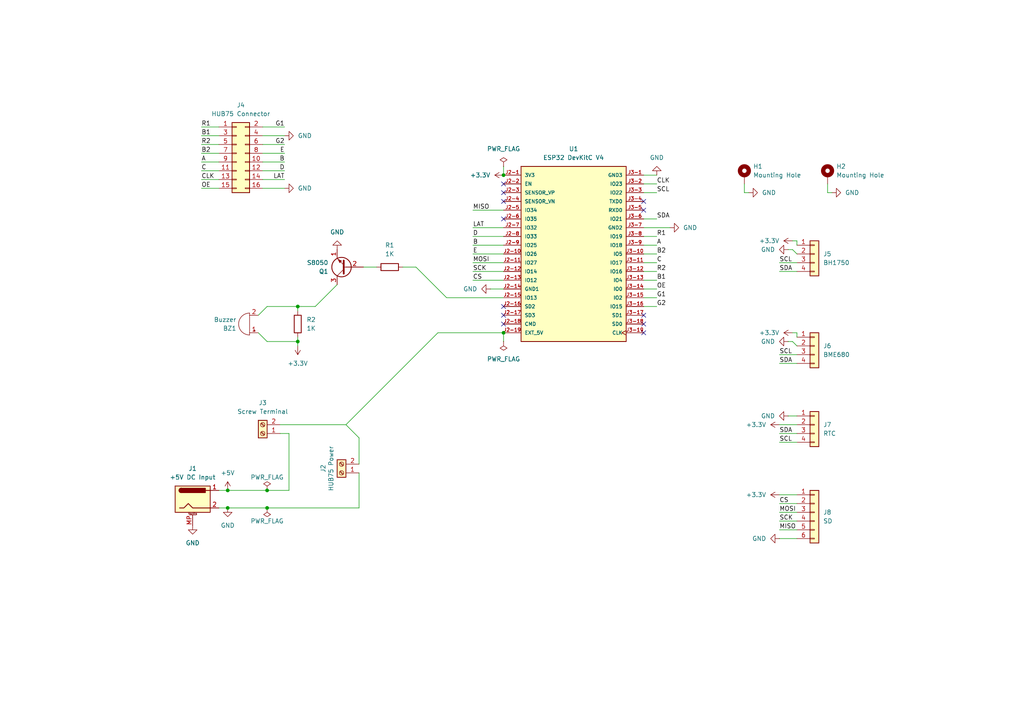
<source format=kicad_sch>
(kicad_sch (version 20231120) (generator "eeschema") (generator_version "8.0")
  (paper "A4")
  (lib_symbols
    (symbol "Connector:Barrel_Jack_MountingPin" (pin_names hide)
      (property "Reference" "J" (at 0 5.334 0))
      (property "Value" "Barrel_Jack_MountingPin" (at 1.27 -6.35 0))
      (symbol "Barrel_Jack_MountingPin_0_1"
        (rectangle (start -5.08 3.81) (end 5.08 -3.81) (stroke (width 0.254)) (fill (type background)))
        (arc (start -3.302 3.175) (mid -3.9343 2.54) (end -3.302 1.905) (stroke (width 0.254)))
        (arc (start -3.302 3.175) (mid -3.9343 2.54) (end -3.302 1.905) (stroke (width 0.254)) (fill (type outline)))
        (polyline (pts (xy 5.08 2.54) (xy 3.81 2.54)) (stroke (width 0.254)))
        (polyline (pts (xy -3.81 -2.54) (xy -2.54 -2.54) (xy -1.27 -1.27) (xy 0 -2.54) (xy 2.54 -2.54) (xy 5.08 -2.54)) (stroke (width 0.254)))
        (rectangle (start 3.683 3.175) (end -3.302 1.905) (stroke (width 0.254)) (fill (type outline)))
      )
      (symbol "Barrel_Jack_MountingPin_1_1"
        (polyline (pts (xy -1.016 -4.572) (xy 1.016 -4.572)) (stroke (width 0.1524)))
        (text "Mounting" (at 0 -4.191 0) (effects (font (size 0.381 0.381))))
        (pin passive line (at 7.62 2.54 180) (length 2.54) (name "~") (number "1"))
        (pin passive line (at 7.62 -2.54 180) (length 2.54) (name "~") (number "2"))
        (pin passive line (at 0 -7.62 90) (length 3.048) (name "MountPin") (number "MP"))
      )
    )
    (symbol "Connector:Screw_Terminal_01x02" (pin_names (offset 1.016) hide)
      (property "Reference" "J" (at 0 2.54 0))
      (property "Value" "Screw_Terminal_01x02" (at 0 -5.08 0))
      (symbol "Screw_Terminal_01x02_1_1"
        (rectangle (start -1.27 1.27) (end 1.27 -3.81) (stroke (width 0.254)) (fill (type background)))
        (circle (center 0 -2.54) (radius 0.635) (stroke (width 0.1524)))
        (polyline (pts (xy -0.5334 -2.2098) (xy 0.3302 -3.048)) (stroke (width 0.1524)))
        (polyline (pts (xy -0.5334 0.3302) (xy 0.3302 -0.508)) (stroke (width 0.1524)))
        (polyline (pts (xy -0.3556 -2.032) (xy 0.508 -2.8702)) (stroke (width 0.1524)))
        (polyline (pts (xy -0.3556 0.508) (xy 0.508 -0.3302)) (stroke (width 0.1524)))
        (circle (center 0 0) (radius 0.635) (stroke (width 0.1524)))
        (pin passive line (at -5.08 0 0) (length 3.81) (name "Pin_1") (number "1"))
        (pin passive line (at -5.08 -2.54 0) (length 3.81) (name "Pin_2") (number "2"))
      )
    )
    (symbol "Connector_Generic:Conn_01x04" (pin_names (offset 1.016) hide)
      (property "Reference" "J" (at 0 5.08 0))
      (property "Value" "Conn_01x04" (at 0 -7.62 0))
      (symbol "Conn_01x04_1_1"
        (rectangle (start -1.27 -4.953) (end 0 -5.207) (stroke (width 0.1524)))
        (rectangle (start -1.27 -2.413) (end 0 -2.667) (stroke (width 0.1524)))
        (rectangle (start -1.27 0.127) (end 0 -0.127) (stroke (width 0.1524)))
        (rectangle (start -1.27 2.667) (end 0 2.413) (stroke (width 0.1524)))
        (rectangle (start -1.27 3.81) (end 1.27 -6.35) (stroke (width 0.254)) (fill (type background)))
        (pin passive line (at -5.08 2.54 0) (length 3.81) (name "Pin_1") (number "1"))
        (pin passive line (at -5.08 0 0) (length 3.81) (name "Pin_2") (number "2"))
        (pin passive line (at -5.08 -2.54 0) (length 3.81) (name "Pin_3") (number "3"))
        (pin passive line (at -5.08 -5.08 0) (length 3.81) (name "Pin_4") (number "4"))
      )
    )
    (symbol "Connector_Generic:Conn_01x06" (pin_names (offset 1.016) hide)
      (property "Reference" "J" (at 0 7.62 0))
      (property "Value" "Conn_01x06" (at 0 -10.16 0))
      (symbol "Conn_01x06_1_1"
        (rectangle (start -1.27 -7.493) (end 0 -7.747) (stroke (width 0.1524)))
        (rectangle (start -1.27 -4.953) (end 0 -5.207) (stroke (width 0.1524)))
        (rectangle (start -1.27 -2.413) (end 0 -2.667) (stroke (width 0.1524)))
        (rectangle (start -1.27 0.127) (end 0 -0.127) (stroke (width 0.1524)))
        (rectangle (start -1.27 2.667) (end 0 2.413) (stroke (width 0.1524)))
        (rectangle (start -1.27 5.207) (end 0 4.953) (stroke (width 0.1524)))
        (rectangle (start -1.27 6.35) (end 1.27 -8.89) (stroke (width 0.254)) (fill (type background)))
        (pin passive line (at -5.08 5.08 0) (length 3.81) (name "Pin_1") (number "1"))
        (pin passive line (at -5.08 2.54 0) (length 3.81) (name "Pin_2") (number "2"))
        (pin passive line (at -5.08 0 0) (length 3.81) (name "Pin_3") (number "3"))
        (pin passive line (at -5.08 -2.54 0) (length 3.81) (name "Pin_4") (number "4"))
        (pin passive line (at -5.08 -5.08 0) (length 3.81) (name "Pin_5") (number "5"))
        (pin passive line (at -5.08 -7.62 0) (length 3.81) (name "Pin_6") (number "6"))
      )
    )
    (symbol "Connector_Generic:Conn_02x08_Odd_Even" (pin_names (offset 1.016) hide)
      (property "Reference" "J" (at 1.27 10.16 0))
      (property "Value" "Conn_02x08_Odd_Even" (at 1.27 -12.7 0))
      (symbol "Conn_02x08_Odd_Even_1_1"
        (rectangle (start -1.27 -10.033) (end 0 -10.287) (stroke (width 0.1524)))
        (rectangle (start -1.27 -7.493) (end 0 -7.747) (stroke (width 0.1524)))
        (rectangle (start -1.27 -4.953) (end 0 -5.207) (stroke (width 0.1524)))
        (rectangle (start -1.27 -2.413) (end 0 -2.667) (stroke (width 0.1524)))
        (rectangle (start -1.27 0.127) (end 0 -0.127) (stroke (width 0.1524)))
        (rectangle (start -1.27 2.667) (end 0 2.413) (stroke (width 0.1524)))
        (rectangle (start -1.27 5.207) (end 0 4.953) (stroke (width 0.1524)))
        (rectangle (start -1.27 7.747) (end 0 7.493) (stroke (width 0.1524)))
        (rectangle (start -1.27 8.89) (end 3.81 -11.43) (stroke (width 0.254)) (fill (type background)))
        (rectangle (start 3.81 -10.033) (end 2.54 -10.287) (stroke (width 0.1524)))
        (rectangle (start 3.81 -7.493) (end 2.54 -7.747) (stroke (width 0.1524)))
        (rectangle (start 3.81 -4.953) (end 2.54 -5.207) (stroke (width 0.1524)))
        (rectangle (start 3.81 -2.413) (end 2.54 -2.667) (stroke (width 0.1524)))
        (rectangle (start 3.81 0.127) (end 2.54 -0.127) (stroke (width 0.1524)))
        (rectangle (start 3.81 2.667) (end 2.54 2.413) (stroke (width 0.1524)))
        (rectangle (start 3.81 5.207) (end 2.54 4.953) (stroke (width 0.1524)))
        (rectangle (start 3.81 7.747) (end 2.54 7.493) (stroke (width 0.1524)))
        (pin passive line (at -5.08 7.62 0) (length 3.81) (name "Pin_1") (number "1"))
        (pin passive line (at 7.62 -2.54 180) (length 3.81) (name "Pin_10") (number "10"))
        (pin passive line (at -5.08 -5.08 0) (length 3.81) (name "Pin_11") (number "11"))
        (pin passive line (at 7.62 -5.08 180) (length 3.81) (name "Pin_12") (number "12"))
        (pin passive line (at -5.08 -7.62 0) (length 3.81) (name "Pin_13") (number "13"))
        (pin passive line (at 7.62 -7.62 180) (length 3.81) (name "Pin_14") (number "14"))
        (pin passive line (at -5.08 -10.16 0) (length 3.81) (name "Pin_15") (number "15"))
        (pin passive line (at 7.62 -10.16 180) (length 3.81) (name "Pin_16") (number "16"))
        (pin passive line (at 7.62 7.62 180) (length 3.81) (name "Pin_2") (number "2"))
        (pin passive line (at -5.08 5.08 0) (length 3.81) (name "Pin_3") (number "3"))
        (pin passive line (at 7.62 5.08 180) (length 3.81) (name "Pin_4") (number "4"))
        (pin passive line (at -5.08 2.54 0) (length 3.81) (name "Pin_5") (number "5"))
        (pin passive line (at 7.62 2.54 180) (length 3.81) (name "Pin_6") (number "6"))
        (pin passive line (at -5.08 0 0) (length 3.81) (name "Pin_7") (number "7"))
        (pin passive line (at 7.62 0 180) (length 3.81) (name "Pin_8") (number "8"))
        (pin passive line (at -5.08 -2.54 0) (length 3.81) (name "Pin_9") (number "9"))
      )
    )
    (symbol "Device:Buzzer" (pin_names (offset 0.0254) hide)
      (property "Reference" "BZ" (at 3.81 1.27 0))
      (property "Value" "Buzzer" (at 3.81 -1.27 0))
      (symbol "Buzzer_0_1"
        (arc (start 0 -3.175) (mid 3.1612 0) (end 0 3.175))
        (polyline (pts (xy -1.651 1.905) (xy -1.143 1.905)))
        (polyline (pts (xy -1.397 2.159) (xy -1.397 1.651)))
        (polyline (pts (xy 0 3.175) (xy 0 -3.175)))
      )
      (symbol "Buzzer_1_1"
        (pin passive line (at -2.54 2.54 0) (length 2.54) (name "+") (number "1"))
        (pin passive line (at -2.54 -2.54 0) (length 2.54) (name "-") (number "2"))
      )
    )
    (symbol "Device:R" (pin_numbers hide) (pin_names (offset 0))
      (property "Reference" "R" (at 2.032 0 90))
      (property "Value" "R" (at 0 0 90))
      (symbol "R_0_1"
        (rectangle (start -1.016 -2.54) (end 1.016 2.54) (stroke (width 0.254)))
      )
      (symbol "R_1_1"
        (pin passive line (at 0 3.81 270) (length 1.27) (name "~") (number "1"))
        (pin passive line (at 0 -3.81 90) (length 1.27) (name "~") (number "2"))
      )
    )
    (symbol "Luxigrid:ESP32-DEVKITC-32D" (pin_names (offset 1.016))
      (property "Reference" "U" (at -15.2572 26.0643 0))
      (property "Value" "ESP32-DEVKITC-32D" (at -15.2563 -27.9698 0))
      (symbol "ESP32-DEVKITC-32D_0_0"
        (rectangle (start -15.24 -25.4) (end 15.24 25.4) (stroke (width 0.254)) (fill (type background)))
        (pin power_in line (at -20.32 22.86 0) (length 5.08) (name "3V3") (number "J2-1"))
        (pin bidirectional line (at -20.32 0 0) (length 5.08) (name "IO26") (number "J2-10"))
        (pin bidirectional line (at -20.32 -2.54 0) (length 5.08) (name "IO27") (number "J2-11"))
        (pin bidirectional line (at -20.32 -5.08 0) (length 5.08) (name "IO14") (number "J2-12"))
        (pin bidirectional line (at -20.32 -7.62 0) (length 5.08) (name "IO12") (number "J2-13"))
        (pin power_in line (at -20.32 -10.16 0) (length 5.08) (name "GND1") (number "J2-14"))
        (pin bidirectional line (at -20.32 -12.7 0) (length 5.08) (name "IO13") (number "J2-15"))
        (pin bidirectional line (at -20.32 -15.24 0) (length 5.08) (name "SD2") (number "J2-16"))
        (pin bidirectional line (at -20.32 -17.78 0) (length 5.08) (name "SD3") (number "J2-17"))
        (pin bidirectional line (at -20.32 -20.32 0) (length 5.08) (name "CMD") (number "J2-18"))
        (pin power_in line (at -20.32 -22.86 0) (length 5.08) (name "EXT_5V") (number "J2-19"))
        (pin input line (at -20.32 20.32 0) (length 5.08) (name "EN") (number "J2-2"))
        (pin input line (at -20.32 17.78 0) (length 5.08) (name "SENSOR_VP") (number "J2-3"))
        (pin input line (at -20.32 15.24 0) (length 5.08) (name "SENSOR_VN") (number "J2-4"))
        (pin bidirectional line (at -20.32 12.7 0) (length 5.08) (name "IO34") (number "J2-5"))
        (pin bidirectional line (at -20.32 10.16 0) (length 5.08) (name "IO35") (number "J2-6"))
        (pin bidirectional line (at -20.32 7.62 0) (length 5.08) (name "IO32") (number "J2-7"))
        (pin bidirectional line (at -20.32 5.08 0) (length 5.08) (name "IO33") (number "J2-8"))
        (pin bidirectional line (at -20.32 2.54 0) (length 5.08) (name "IO25") (number "J2-9"))
        (pin power_in line (at 20.32 22.86 180) (length 5.08) (name "GND3") (number "J3-1"))
        (pin bidirectional line (at 20.32 0 180) (length 5.08) (name "IO5") (number "J3-10"))
        (pin bidirectional line (at 20.32 -2.54 180) (length 5.08) (name "IO17") (number "J3-11"))
        (pin bidirectional line (at 20.32 -5.08 180) (length 5.08) (name "IO16") (number "J3-12"))
        (pin bidirectional line (at 20.32 -7.62 180) (length 5.08) (name "IO4") (number "J3-13"))
        (pin bidirectional line (at 20.32 -10.16 180) (length 5.08) (name "IO0") (number "J3-14"))
        (pin bidirectional line (at 20.32 -12.7 180) (length 5.08) (name "IO2") (number "J3-15"))
        (pin bidirectional line (at 20.32 -15.24 180) (length 5.08) (name "IO15") (number "J3-16"))
        (pin bidirectional line (at 20.32 -17.78 180) (length 5.08) (name "SD1") (number "J3-17"))
        (pin bidirectional line (at 20.32 -20.32 180) (length 5.08) (name "SD0") (number "J3-18"))
        (pin input clock (at 20.32 -22.86 180) (length 5.08) (name "CLK") (number "J3-19"))
        (pin bidirectional line (at 20.32 20.32 180) (length 5.08) (name "IO23") (number "J3-2"))
        (pin bidirectional line (at 20.32 17.78 180) (length 5.08) (name "IO22") (number "J3-3"))
        (pin output line (at 20.32 15.24 180) (length 5.08) (name "TXD0") (number "J3-4"))
        (pin input line (at 20.32 12.7 180) (length 5.08) (name "RXD0") (number "J3-5"))
        (pin bidirectional line (at 20.32 10.16 180) (length 5.08) (name "IO21") (number "J3-6"))
        (pin power_in line (at 20.32 7.62 180) (length 5.08) (name "GND2") (number "J3-7"))
        (pin bidirectional line (at 20.32 5.08 180) (length 5.08) (name "IO19") (number "J3-8"))
        (pin bidirectional line (at 20.32 2.54 180) (length 5.08) (name "IO18") (number "J3-9"))
      )
    )
    (symbol "Mechanical:MountingHole_Pad" (pin_numbers hide) (pin_names (offset 1.016) hide)
      (property "Reference" "H" (at 0 6.35 0))
      (property "Value" "MountingHole_Pad" (at 0 4.445 0))
      (symbol "MountingHole_Pad_0_1"
        (circle (center 0 1.27) (radius 1.27) (stroke (width 1.27)))
      )
      (symbol "MountingHole_Pad_1_1"
        (pin input line (at 0 -2.54 90) (length 2.54) (name "1") (number "1"))
      )
    )
    (symbol "Transistor_BJT:S8050" (pin_names (offset 0) hide)
      (property "Reference" "Q" (at 5.08 1.905 0))
      (property "Value" "S8050" (at 5.08 0 0))
      (symbol "S8050_0_1"
        (polyline (pts (xy 0 0) (xy 0.635 0)))
        (polyline (pts (xy 0.635 0.635) (xy 2.54 2.54)))
        (polyline (pts (xy 0.635 -0.635) (xy 2.54 -2.54) (xy 2.54 -2.54)))
        (polyline (pts (xy 0.635 1.905) (xy 0.635 -1.905) (xy 0.635 -1.905)) (stroke (width 0.508)))
        (polyline (pts (xy 1.27 -1.778) (xy 1.778 -1.27) (xy 2.286 -2.286) (xy 1.27 -1.778) (xy 1.27 -1.778)) (fill (type outline)))
        (circle (center 1.27 0) (radius 2.8194) (stroke (width 0.254)))
      )
      (symbol "S8050_1_1"
        (pin passive line (at 2.54 -5.08 90) (length 2.54) (name "E") (number "1"))
        (pin input line (at -5.08 0 0) (length 5.08) (name "B") (number "2"))
        (pin passive line (at 2.54 5.08 270) (length 2.54) (name "C") (number "3"))
      )
    )
    (symbol "power:+3.3V" (power) (pin_numbers hide) (pin_names (offset 0) hide)
      (property "Value" "+3.3V" (at 0 3.556 0))
      (symbol "+3.3V_0_1"
        (polyline (pts (xy -0.762 1.27) (xy 0 2.54)))
        (polyline (pts (xy 0 0) (xy 0 2.54)))
        (polyline (pts (xy 0 2.54) (xy 0.762 1.27)))
      )
      (symbol "+3.3V_1_1"
        (pin power_in line (at 0 0 90) (length 0) (name "~") (number "1"))
      )
    )
    (symbol "power:+5V" (power) (pin_numbers hide) (pin_names (offset 0) hide)
      (property "Value" "+5V" (at 0 3.556 0))
      (symbol "+5V_0_1"
        (polyline (pts (xy -0.762 1.27) (xy 0 2.54)))
        (polyline (pts (xy 0 0) (xy 0 2.54)))
        (polyline (pts (xy 0 2.54) (xy 0.762 1.27)))
      )
      (symbol "+5V_1_1"
        (pin power_in line (at 0 0 90) (length 0) (name "~") (number "1"))
      )
    )
    (symbol "power:GND" (power) (pin_numbers hide) (pin_names (offset 0) hide)
      (property "Value" "GND" (at 0 -3.81 0))
      (symbol "GND_0_1"
        (polyline (pts (xy 0 0) (xy 0 -1.27) (xy 1.27 -1.27) (xy 0 -2.54) (xy -1.27 -1.27) (xy 0 -1.27)))
      )
      (symbol "GND_1_1"
        (pin power_in line (at 0 0 270) (length 0) (name "~") (number "1"))
      )
    )
    (symbol "power:PWR_FLAG" (power) (pin_numbers hide) (pin_names (offset 0) hide)
      (property "Value" "PWR_FLAG" (at 0 3.81 0))
      (symbol "PWR_FLAG_0_0"
        (pin power_out line (at 0 0 90) (length 0) (name "~") (number "1"))
      )
      (symbol "PWR_FLAG_0_1"
        (polyline (pts (xy 0 0) (xy 0 1.27) (xy -1.016 1.905) (xy 0 2.54) (xy 1.016 1.905) (xy 0 1.27)))
      )
    )
  )
  (junction (at 86.36 88.9))
  (junction (at 146.05 96.52))
  (junction (at 86.36 99.06))
  (junction (at 77.47 147.32))
  (junction (at 77.47 142.24))
  (junction (at 66.04 142.24))
  (junction (at 146.05 50.8))
  (junction (at 66.04 147.32))
  (no_connect (at 146.05 93.98))
  (no_connect (at 146.05 88.9))
  (no_connect (at 146.05 63.5))
  (no_connect (at 186.69 91.44))
  (no_connect (at 186.69 96.52))
  (no_connect (at 186.69 60.96))
  (no_connect (at 146.05 58.42))
  (no_connect (at 186.69 58.42))
  (no_connect (at 146.05 55.88))
  (no_connect (at 146.05 91.44))
  (no_connect (at 186.69 93.98))
  (no_connect (at 146.05 53.34))
  (wire (pts (xy 226.06 102.87) (xy 231.14 102.87)))
  (wire (pts (xy 58.42 44.45) (xy 63.5 44.45)))
  (wire (pts (xy 77.47 142.24) (xy 83.82 142.24)))
  (wire (pts (xy 226.06 123.19) (xy 231.14 123.19)))
  (wire (pts (xy 83.82 125.73) (xy 81.28 125.73)))
  (wire (pts (xy 229.87 72.39) (xy 231.14 73.66)))
  (wire (pts (xy 226.06 78.74) (xy 231.14 78.74)))
  (wire (pts (xy 240.03 55.88) (xy 240.03 53.34)))
  (wire (pts (xy 86.36 99.06) (xy 86.36 97.79)))
  (wire (pts (xy 86.36 100.33) (xy 86.36 99.06)))
  (wire (pts (xy 76.2 44.45) (xy 82.55 44.45)))
  (wire (pts (xy 137.16 73.66) (xy 146.05 73.66)))
  (wire (pts (xy 86.36 88.9) (xy 77.47 88.9)))
  (wire (pts (xy 63.5 147.32) (xy 66.04 147.32)))
  (wire (pts (xy 58.42 49.53) (xy 63.5 49.53)))
  (wire (pts (xy 58.42 54.61) (xy 63.5 54.61)))
  (wire (pts (xy 231.14 69.85) (xy 231.14 71.12)))
  (wire (pts (xy 91.44 88.9) (xy 97.79 82.55)))
  (wire (pts (xy 226.06 146.05) (xy 231.14 146.05)))
  (wire (pts (xy 228.6 72.39) (xy 229.87 72.39)))
  (wire (pts (xy 137.16 66.04) (xy 146.05 66.04)))
  (wire (pts (xy 63.5 142.24) (xy 66.04 142.24)))
  (wire (pts (xy 129.54 86.36) (xy 120.65 77.47)))
  (wire (pts (xy 58.42 41.91) (xy 63.5 41.91)))
  (wire (pts (xy 137.16 78.74) (xy 146.05 78.74)))
  (wire (pts (xy 146.05 99.06) (xy 146.05 96.52)))
  (wire (pts (xy 77.47 99.06) (xy 86.36 99.06)))
  (wire (pts (xy 66.04 142.24) (xy 77.47 142.24)))
  (wire (pts (xy 226.06 148.59) (xy 231.14 148.59)))
  (wire (pts (xy 120.65 77.47) (xy 116.84 77.47)))
  (wire (pts (xy 109.22 77.47) (xy 105.41 77.47)))
  (wire (pts (xy 58.42 39.37) (xy 63.5 39.37)))
  (wire (pts (xy 137.16 60.96) (xy 146.05 60.96)))
  (wire (pts (xy 104.14 137.16) (xy 104.14 147.32)))
  (wire (pts (xy 81.28 123.19) (xy 100.33 123.19)))
  (wire (pts (xy 83.82 125.73) (xy 83.82 142.24)))
  (wire (pts (xy 76.2 36.83) (xy 82.55 36.83)))
  (wire (pts (xy 186.69 83.82) (xy 190.5 83.82)))
  (wire (pts (xy 127 96.52) (xy 100.33 123.19)))
  (wire (pts (xy 76.2 49.53) (xy 82.55 49.53)))
  (wire (pts (xy 229.87 96.52) (xy 231.14 96.52)))
  (wire (pts (xy 190.5 86.36) (xy 186.69 86.36)))
  (wire (pts (xy 146.05 96.52) (xy 127 96.52)))
  (wire (pts (xy 226.06 76.2) (xy 231.14 76.2)))
  (wire (pts (xy 137.16 71.12) (xy 146.05 71.12)))
  (wire (pts (xy 82.55 54.61) (xy 76.2 54.61)))
  (wire (pts (xy 190.5 71.12) (xy 186.69 71.12)))
  (wire (pts (xy 190.5 55.88) (xy 186.69 55.88)))
  (wire (pts (xy 226.06 128.27) (xy 231.14 128.27)))
  (wire (pts (xy 190.5 68.58) (xy 186.69 68.58)))
  (wire (pts (xy 76.2 52.07) (xy 82.55 52.07)))
  (wire (pts (xy 229.87 99.06) (xy 231.14 100.33)))
  (wire (pts (xy 226.06 143.51) (xy 231.14 143.51)))
  (wire (pts (xy 58.42 52.07) (xy 63.5 52.07)))
  (wire (pts (xy 215.9 55.88) (xy 215.9 53.34)))
  (wire (pts (xy 76.2 46.99) (xy 82.55 46.99)))
  (wire (pts (xy 190.5 53.34) (xy 186.69 53.34)))
  (wire (pts (xy 190.5 50.8) (xy 186.69 50.8)))
  (wire (pts (xy 76.2 39.37) (xy 82.55 39.37)))
  (wire (pts (xy 77.47 88.9) (xy 74.93 91.44)))
  (wire (pts (xy 86.36 88.9) (xy 91.44 88.9)))
  (wire (pts (xy 142.24 83.82) (xy 146.05 83.82)))
  (wire (pts (xy 228.6 99.06) (xy 229.87 99.06)))
  (wire (pts (xy 190.5 76.2) (xy 186.69 76.2)))
  (wire (pts (xy 66.04 147.32) (xy 77.47 147.32)))
  (wire (pts (xy 104.14 127) (xy 104.14 134.62)))
  (wire (pts (xy 190.5 78.74) (xy 186.69 78.74)))
  (wire (pts (xy 190.5 88.9) (xy 186.69 88.9)))
  (wire (pts (xy 226.06 151.13) (xy 231.14 151.13)))
  (wire (pts (xy 104.14 127) (xy 100.33 123.19)))
  (wire (pts (xy 226.06 105.41) (xy 231.14 105.41)))
  (wire (pts (xy 228.6 120.65) (xy 231.14 120.65)))
  (wire (pts (xy 58.42 46.99) (xy 63.5 46.99)))
  (wire (pts (xy 226.06 153.67) (xy 231.14 153.67)))
  (wire (pts (xy 137.16 76.2) (xy 146.05 76.2)))
  (wire (pts (xy 137.16 68.58) (xy 146.05 68.58)))
  (wire (pts (xy 137.16 81.28) (xy 146.05 81.28)))
  (wire (pts (xy 241.3 55.88) (xy 240.03 55.88)))
  (wire (pts (xy 76.2 41.91) (xy 82.55 41.91)))
  (wire (pts (xy 86.36 90.17) (xy 86.36 88.9)))
  (wire (pts (xy 146.05 48.26) (xy 146.05 50.8)))
  (wire (pts (xy 231.14 96.52) (xy 231.14 97.79)))
  (wire (pts (xy 129.54 86.36) (xy 146.05 86.36)))
  (wire (pts (xy 77.47 147.32) (xy 104.14 147.32)))
  (wire (pts (xy 190.5 63.5) (xy 186.69 63.5)))
  (wire (pts (xy 77.47 99.06) (xy 74.93 96.52)))
  (wire (pts (xy 217.17 55.88) (xy 215.9 55.88)))
  (wire (pts (xy 190.5 73.66) (xy 186.69 73.66)))
  (wire (pts (xy 58.42 36.83) (xy 63.5 36.83)))
  (wire (pts (xy 226.06 156.21) (xy 231.14 156.21)))
  (wire (pts (xy 226.06 125.73) (xy 231.14 125.73)))
  (wire (pts (xy 229.87 69.85) (xy 231.14 69.85)))
  (wire (pts (xy 194.31 66.04) (xy 186.69 66.04)))
  (wire (pts (xy 186.69 81.28) (xy 190.5 81.28)))
  (label "E" (at 137.16 73.66 0))
  (label "SCL" (at 190.5 55.88 0))
  (label "SCK" (at 137.16 78.74 0))
  (label "B1" (at 190.5 81.28 0))
  (label "A" (at 190.5 71.12 0))
  (label "G1" (at 190.5 86.36 0))
  (label "R2" (at 58.42 41.91 0))
  (label "SDA" (at 226.06 78.74 0))
  (label "R1" (at 190.5 68.58 0))
  (label "CLK" (at 190.5 53.34 0))
  (label "CS" (at 137.16 81.28 0))
  (label "OE" (at 58.42 54.61 0))
  (label "D" (at 82.55 49.53 180))
  (label "SDA" (at 190.5 63.5 0))
  (label "SCL" (at 226.06 76.2 0))
  (label "G1" (at 82.55 36.83 180))
  (label "G2" (at 190.5 88.9 0))
  (label "C" (at 190.5 76.2 0))
  (label "CS" (at 226.06 146.05 0))
  (label "LAT" (at 137.16 66.04 0))
  (label "MISO" (at 137.16 60.96 0))
  (label "SCK" (at 226.06 151.13 0))
  (label "OE" (at 190.5 83.82 0))
  (label "SCL" (at 226.06 128.27 0))
  (label "R1" (at 58.42 36.83 0))
  (label "MOSI" (at 137.16 76.2 0))
  (label "G2" (at 82.55 41.91 180))
  (label "B2" (at 58.42 44.45 0))
  (label "SCL" (at 226.06 102.87 0))
  (label "SDA" (at 226.06 125.73 0))
  (label "B2" (at 190.5 73.66 0))
  (label "B1" (at 58.42 39.37 0))
  (label "LAT" (at 82.55 52.07 180))
  (label "B" (at 137.16 71.12 0))
  (label "E" (at 82.55 44.45 180))
  (label "MISO" (at 226.06 153.67 0))
  (label "MOSI" (at 226.06 148.59 0))
  (label "CLK" (at 58.42 52.07 0))
  (label "D" (at 137.16 68.58 0))
  (label "R2" (at 190.5 78.74 0))
  (label "C" (at 58.42 49.53 0))
  (label "B" (at 82.55 46.99 180))
  (label "SDA" (at 226.06 105.41 0))
  (label "A" (at 58.42 46.99 0))
  (symbol (lib_id "power:GND") (at 82.55 39.37 90) (unit 1)
    (property "Reference" "#PWR04" (effects (hide yes)))
    (property "Value" "GND" (at 86.36 39.3699 90) (effects (justify right)))
    (property "Description" "Power symbol creates a global label with name \"GND\" , ground" (effects (hide yes)))
  )
  (symbol (lib_id "Luxigrid:ESP32-DEVKITC-32D") (at 166.37 73.66 0) (unit 1)
    (property "Reference" "U1" (at 166.37 43.18 0))
    (property "Value" "ESP32 DevKitC V4" (at 166.37 45.72 0))
    (property "Footprint" "Luxigrid:ESP32 DevKitC V4" (effects (hide yes)))
    (property "MF" "Espressif Systems" (effects (hide yes)))
    (property "MAXIMUM_PACKAGE_HEIGHT" "N/A" (effects (hide yes)))
    (property "Package" "None" (effects (hide yes)))
    (property "Price" "None" (effects (hide yes)))
    (property "Check_prices" "https://www.snapeda.com/parts/ESP32-DEVKITC-32D/Espressif+Systems/view-part/?ref=eda" (effects (hide yes)))
    (property "STANDARD" "Manufacturer Recommendations" (effects (hide yes)))
    (property "PARTREV" "V4" (effects (hide yes)))
    (property "SnapEDA_Link" "https://www.snapeda.com/parts/ESP32-DEVKITC-32D/Espressif+Systems/view-part/?ref=snap" (effects (hide yes)))
    (property "MP" "ESP32-DEVKITC-32D" (effects (hide yes)))
    (property "Purchase-URL" "https://www.snapeda.com/api/url_track_click_mouser/?unipart_id=2777395&manufacturer=Espressif Systems&part_name=ESP32-DEVKITC-32D&search_term=None" (effects (hide yes)))
    (property "Description_1" "\nWiFi Development Tools (802.11) ESP32 General Development Kit, ESP32-WROOM-32D on the board\n" (effects (hide yes)))
    (property "MANUFACTURER" "Espressif Systems" (effects (hide yes)))
    (property "Availability" "In Stock" (effects (hide yes)))
    (property "SNAPEDA_PN" "ESP32-DEVKITC-32D" (effects (hide yes)))
  )
  (symbol (lib_id "power:+3.3V") (at 146.05 50.8 90) (unit 1)
    (property "Reference" "#PWR09" (effects (hide yes)))
    (property "Value" "+3.3V" (at 142.24 50.8 90) (effects (justify left)))
    (property "Description" "Power symbol creates a global label with name \"+3.3V\"" (effects (hide yes)))
  )
  (symbol (lib_id "power:GND") (at 194.31 66.04 90) (unit 1)
    (property "Reference" "#PWR011" (effects (hide yes)))
    (property "Value" "GND" (at 198.12 66.0399 90) (effects (justify right)))
    (property "Description" "Power symbol creates a global label with name \"GND\" , ground" (effects (hide yes)))
  )
  (symbol (lib_id "power:+3.3V") (at 226.06 123.19 90) (unit 1)
    (property "Reference" "#PWR014" (effects (hide yes)))
    (property "Value" "+3.3V" (at 222.25 123.19 90) (effects (justify left)))
    (property "Description" "Power symbol creates a global label with name \"+3.3V\"" (effects (hide yes)))
  )
  (symbol (lib_id "Connector_Generic:Conn_01x04") (at 236.22 100.33 0) (unit 1)
    (property "Reference" "J6" (at 238.76 100.3299 0) (effects (justify left)))
    (property "Value" "BME680" (at 238.76 102.8699 0) (effects (justify left)))
    (property "Footprint" "Connector_PinSocket_2.54mm:PinSocket_1x04_P2.54mm_Vertical" (effects (hide yes)))
  )
  (symbol (lib_id "power:PWR_FLAG") (at 146.05 48.26 0) (unit 1)
    (property "Reference" "#FLG03" (effects (hide yes)))
    (property "Value" "PWR_FLAG" (at 146.05 43.18 0))
    (property "Description" "Special symbol for telling ERC where power comes from" (effects (hide yes)))
  )
  (symbol (lib_id "power:PWR_FLAG") (at 77.47 147.32 180) (unit 1)
    (property "Reference" "#FLG02" (effects (hide yes)))
    (property "Value" "PWR_FLAG" (at 77.47 151.13 0))
    (property "Description" "Special symbol for telling ERC where power comes from" (effects (hide yes)))
  )
  (symbol (lib_id "power:GND") (at 241.3 55.88 90) (unit 1)
    (property "Reference" "#PWR022" (effects (hide yes)))
    (property "Value" "GND" (at 245.11 55.8799 90) (effects (justify right)))
    (property "Description" "Power symbol creates a global label with name \"GND\" , ground" (effects (hide yes)))
  )
  (symbol (lib_id "Mechanical:MountingHole_Pad") (at 215.9 50.8 0) (unit 1)
    (property "Reference" "H1" (at 218.44 48.26 0) (effects (justify left)))
    (property "Value" "Mounting Hole" (at 218.44 50.8 0) (effects (justify left)))
    (property "Footprint" "MountingHole:MountingHole_3.2mm_M3_ISO14580_Pad" (effects (hide yes)))
  )
  (symbol (lib_id "Connector_Generic:Conn_01x04") (at 236.22 123.19 0) (unit 1)
    (property "Reference" "J7" (at 238.76 123.19 0) (effects (justify left)))
    (property "Value" "RTC" (at 238.76 125.73 0) (effects (justify left)))
    (property "Footprint" "Connector_PinSocket_2.54mm:PinSocket_1x04_P2.54mm_Vertical" (effects (hide yes)))
  )
  (symbol (lib_id "Device:R") (at 113.03 77.47 90) (unit 1)
    (property "Reference" "R1" (at 113.03 71.12 90))
    (property "Value" "1K" (at 113.03 73.66 90))
    (property "Footprint" "Resistor_THT:R_Axial_DIN0309_L9.0mm_D3.2mm_P15.24mm_Horizontal" (effects (hide yes)))
  )
  (symbol (lib_id "power:GND") (at 228.6 120.65 270) (unit 1)
    (property "Reference" "#PWR019" (effects (hide yes)))
    (property "Value" "GND" (at 224.79 120.6499 90) (effects (justify right)))
    (property "Description" "Power symbol creates a global label with name \"GND\" , ground" (effects (hide yes)))
  )
  (symbol (lib_id "Connector:Screw_Terminal_01x02") (at 76.2 125.73 180) (unit 1)
    (property "Reference" "J3" (at 76.2 116.84 0))
    (property "Value" "Screw Terminal" (at 76.2 119.38 0))
    (property "Footprint" "Luxigrid:5mm Screw Terminal Block" (effects (hide yes)))
  )
  (symbol (lib_id "power:GND") (at 55.88 152.4 0) (unit 1)
    (property "Reference" "#PWR01" (effects (hide yes)))
    (property "Value" "GND" (at 55.88 157.48 0))
    (property "Description" "Power symbol creates a global label with name \"GND\" , ground" (effects (hide yes)))
  )
  (symbol (lib_id "Connector_Generic:Conn_01x04") (at 236.22 73.66 0) (unit 1)
    (property "Reference" "J5" (at 238.76 73.6599 0) (effects (justify left)))
    (property "Value" "BH1750" (at 238.76 76.1999 0) (effects (justify left)))
    (property "Footprint" "Connector_PinSocket_2.54mm:PinSocket_1x04_P2.54mm_Vertical" (effects (hide yes)))
  )
  (symbol (lib_id "power:+3.3V") (at 86.36 100.33 180) (unit 1)
    (property "Reference" "#PWR06" (effects (hide yes)))
    (property "Value" "+3.3V" (at 86.36 105.41 0))
    (property "Description" "Power symbol creates a global label with name \"+3.3V\"" (effects (hide yes)))
  )
  (symbol (lib_id "Transistor_BJT:S8050") (at 100.33 77.47 180) (unit 1)
    (property "Reference" "Q1" (at 95.25 78.74 0) (effects (justify left)))
    (property "Value" "S8050" (at 95.25 76.2 0) (effects (justify left)))
    (property "Footprint" "Luxigrid:SS8050DTA Transistor" (effects (hide yes)))
    (property "Datasheet" "http://www.unisonic.com.tw/datasheet/S8050.pdf" (effects (hide yes)))
  )
  (symbol (lib_id "power:+3.3V") (at 229.87 96.52 90) (unit 1)
    (property "Reference" "#PWR021" (effects (hide yes)))
    (property "Value" "+3.3V" (at 226.06 96.52 90) (effects (justify left)))
    (property "Description" "Power symbol creates a global label with name \"+3.3V\"" (effects (hide yes)))
  )
  (symbol (lib_id "Mechanical:MountingHole_Pad") (at 240.03 50.8 0) (unit 1)
    (property "Reference" "H2" (at 242.57 48.26 0) (effects (justify left)))
    (property "Value" "Mounting Hole" (at 242.57 50.8 0) (effects (justify left)))
    (property "Footprint" "MountingHole:MountingHole_3.2mm_M3_ISO14580_Pad" (effects (hide yes)))
  )
  (symbol (lib_id "Device:R") (at 86.36 93.98 180) (unit 1)
    (property "Reference" "R2" (at 88.9 92.7099 0) (effects (justify right)))
    (property "Value" "1K" (at 88.9 95.2499 0) (effects (justify right)))
    (property "Footprint" "Resistor_THT:R_Axial_DIN0309_L9.0mm_D3.2mm_P15.24mm_Horizontal" (effects (hide yes)))
  )
  (symbol (lib_id "Connector_Generic:Conn_01x06") (at 236.22 148.59 0) (unit 1)
    (property "Reference" "J8" (at 238.76 148.59 0) (effects (justify left)))
    (property "Value" "SD" (at 238.76 151.13 0) (effects (justify left)))
    (property "Footprint" "Connector_PinSocket_2.54mm:PinSocket_1x06_P2.54mm_Vertical" (effects (hide yes)))
  )
  (symbol (lib_id "power:GND") (at 228.6 99.06 270) (unit 1)
    (property "Reference" "#PWR018" (effects (hide yes)))
    (property "Value" "GND" (at 224.79 99.0599 90) (effects (justify right)))
    (property "Description" "Power symbol creates a global label with name \"GND\" , ground" (effects (hide yes)))
  )
  (symbol (lib_id "power:PWR_FLAG") (at 77.47 142.24 0) (unit 1)
    (property "Reference" "#FLG01" (effects (hide yes)))
    (property "Value" "PWR_FLAG" (at 77.47 138.43 0))
    (property "Description" "Special symbol for telling ERC where power comes from" (effects (hide yes)))
  )
  (symbol (lib_id "Connector_Generic:Conn_02x08_Odd_Even") (at 68.58 44.45 0) (unit 1)
    (property "Reference" "J4" (at 69.85 30.48 0))
    (property "Value" "HUB75 Connector" (at 69.85 33.02 0))
    (property "Footprint" "Connector_PinSocket_2.54mm:PinSocket_2x08_P2.54mm_Vertical" (effects (hide yes)))
  )
  (symbol (lib_id "power:+3.3V") (at 226.06 143.51 90) (unit 1)
    (property "Reference" "#PWR015" (effects (hide yes)))
    (property "Value" "+3.3V" (at 222.25 143.51 90) (effects (justify left)))
    (property "Description" "Power symbol creates a global label with name \"+3.3V\"" (effects (hide yes)))
  )
  (symbol (lib_id "power:GND") (at 66.04 147.32 0) (unit 1)
    (property "Reference" "#PWR03" (effects (hide yes)))
    (property "Value" "GND" (at 66.04 152.4 0))
    (property "Description" "Power symbol creates a global label with name \"GND\" , ground" (effects (hide yes)))
  )
  (symbol (lib_id "power:+5V") (at 66.04 142.24 0) (unit 1)
    (property "Reference" "#PWR02" (effects (hide yes)))
    (property "Value" "+5V" (at 66.04 137.16 0))
    (property "Description" "Power symbol creates a global label with name \"+5V\"" (effects (hide yes)))
  )
  (symbol (lib_id "power:GND") (at 82.55 54.61 90) (unit 1)
    (property "Reference" "#PWR05" (effects (hide yes)))
    (property "Value" "GND" (at 86.36 54.6099 90) (effects (justify right)))
    (property "Description" "Power symbol creates a global label with name \"GND\" , ground" (effects (hide yes)))
  )
  (symbol (lib_id "power:GND") (at 190.5 50.8 180) (unit 1)
    (property "Reference" "#PWR010" (effects (hide yes)))
    (property "Value" "GND" (at 190.5 45.72 0))
    (property "Description" "Power symbol creates a global label with name \"GND\" , ground" (effects (hide yes)))
  )
  (symbol (lib_id "power:+3.3V") (at 229.87 69.85 90) (unit 1)
    (property "Reference" "#PWR020" (effects (hide yes)))
    (property "Value" "+3.3V" (at 226.06 69.85 90) (effects (justify left)))
    (property "Description" "Power symbol creates a global label with name \"+3.3V\"" (effects (hide yes)))
  )
  (symbol (lib_id "Connector:Barrel_Jack_MountingPin") (at 55.88 144.78 0) (unit 1)
    (property "Reference" "J1" (at 55.88 135.89 0))
    (property "Value" "+5V DC Input" (at 55.88 138.43 0))
    (property "Footprint" "Connector_BarrelJack:BarrelJack_Horizontal" (effects (hide yes)))
  )
  (symbol (lib_id "power:GND") (at 226.06 156.21 270) (unit 1)
    (property "Reference" "#PWR016" (effects (hide yes)))
    (property "Value" "GND" (at 222.25 156.2099 90) (effects (justify right)))
    (property "Description" "Power symbol creates a global label with name \"GND\" , ground" (effects (hide yes)))
  )
  (symbol (lib_id "power:GND") (at 142.24 83.82 270) (unit 1)
    (property "Reference" "#PWR08" (effects (hide yes)))
    (property "Value" "GND" (at 138.43 83.8199 90) (effects (justify right)))
    (property "Description" "Power symbol creates a global label with name \"GND\" , ground" (effects (hide yes)))
  )
  (symbol (lib_id "power:GND") (at 228.6 72.39 270) (unit 1)
    (property "Reference" "#PWR017" (effects (hide yes)))
    (property "Value" "GND" (at 224.79 72.3899 90) (effects (justify right)))
    (property "Description" "Power symbol creates a global label with name \"GND\" , ground" (effects (hide yes)))
  )
  (symbol (lib_id "power:GND") (at 217.17 55.88 90) (unit 1)
    (property "Reference" "#PWR013" (effects (hide yes)))
    (property "Value" "GND" (at 220.98 55.8799 90) (effects (justify right)))
    (property "Description" "Power symbol creates a global label with name \"GND\" , ground" (effects (hide yes)))
  )
  (symbol (lib_id "power:GND") (at 97.79 72.39 180) (unit 1)
    (property "Reference" "#PWR07" (effects (hide yes)))
    (property "Value" "GND" (at 97.79 67.31 0))
    (property "Description" "Power symbol creates a global label with name \"GND\" , ground" (effects (hide yes)))
  )
  (symbol (lib_id "Connector:Screw_Terminal_01x02") (at 99.06 137.16 180) (unit 1)
    (property "Reference" "J2" (at 93.726 135.89 90))
    (property "Value" "HUB75 Power" (at 96.012 135.89 90))
    (property "Footprint" "Luxigrid:7.62mm Barrier Block" (effects (hide yes)))
  )
  (symbol (lib_id "power:PWR_FLAG") (at 146.05 99.06 180) (unit 1)
    (property "Reference" "#FLG04" (effects (hide yes)))
    (property "Value" "PWR_FLAG" (at 146.05 104.14 0))
    (property "Description" "Special symbol for telling ERC where power comes from" (effects (hide yes)))
  )
  (symbol (lib_id "Device:Buzzer") (at 72.39 93.98 180) (unit 1)
    (property "Reference" "BZ1" (at 68.58 95.25 0) (effects (justify left)))
    (property "Value" "Buzzer" (at 68.58 92.71 0) (effects (justify left)))
    (property "Footprint" "Buzzer_Beeper:Buzzer_TDK_PS1240P02BT_D12.2mm_H6.5mm" (effects (hide yes)))
    (property "Description" "Buzzer, polarized" (effects (hide yes)))
  )
)
</source>
